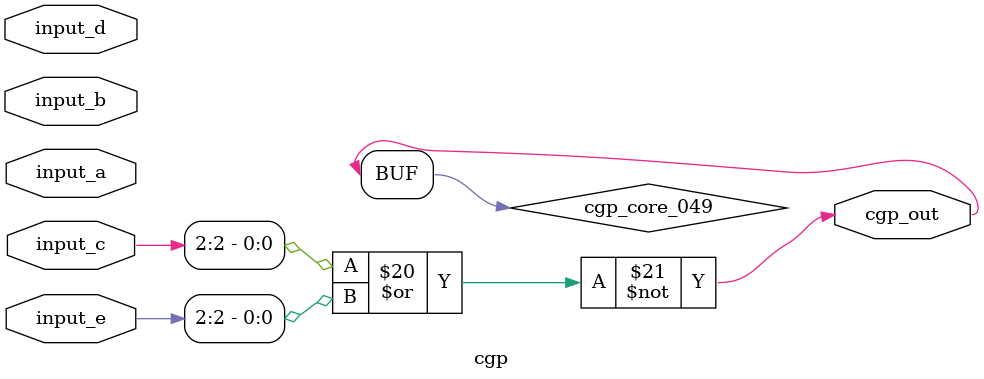
<source format=v>
module cgp(input [2:0] input_a, input [2:0] input_b, input [2:0] input_c, input [2:0] input_d, input [2:0] input_e, output [0:0] cgp_out);
  wire cgp_core_017;
  wire cgp_core_019;
  wire cgp_core_024;
  wire cgp_core_026;
  wire cgp_core_027;
  wire cgp_core_028;
  wire cgp_core_030;
  wire cgp_core_034;
  wire cgp_core_036;
  wire cgp_core_038;
  wire cgp_core_040;
  wire cgp_core_041;
  wire cgp_core_042;
  wire cgp_core_044;
  wire cgp_core_046_not;
  wire cgp_core_049;
  wire cgp_core_050;
  wire cgp_core_051;
  wire cgp_core_058;
  wire cgp_core_059;
  wire cgp_core_060;
  wire cgp_core_061;
  wire cgp_core_063;
  wire cgp_core_064;
  wire cgp_core_065;
  wire cgp_core_067;
  wire cgp_core_068;
  wire cgp_core_070;
  wire cgp_core_072;
  wire cgp_core_076;
  wire cgp_core_078;
  wire cgp_core_079;

  assign cgp_core_017 = ~(input_a[2] & input_a[2]);
  assign cgp_core_019 = ~input_b[1];
  assign cgp_core_024 = input_c[2] | input_d[2];
  assign cgp_core_026 = input_e[0] ^ input_b[0];
  assign cgp_core_027 = ~input_b[0];
  assign cgp_core_028 = ~input_c[1];
  assign cgp_core_030 = ~(input_c[1] | input_b[0]);
  assign cgp_core_034 = ~(input_e[1] & input_b[1]);
  assign cgp_core_036 = ~(input_c[0] & input_c[2]);
  assign cgp_core_038 = ~input_c[2];
  assign cgp_core_040 = input_e[0] & input_d[1];
  assign cgp_core_041 = input_e[2] ^ input_b[2];
  assign cgp_core_042 = ~input_c[2];
  assign cgp_core_044 = input_d[2] | input_e[1];
  assign cgp_core_046_not = ~input_b[1];
  assign cgp_core_049 = ~(input_c[2] | input_e[2]);
  assign cgp_core_050 = ~(input_a[1] | input_e[1]);
  assign cgp_core_051 = input_c[0] & input_d[1];
  assign cgp_core_058 = input_e[2] | input_b[0];
  assign cgp_core_059 = ~input_b[1];
  assign cgp_core_060 = input_a[2] & input_b[1];
  assign cgp_core_061 = ~(input_b[1] | input_b[1]);
  assign cgp_core_063 = ~(input_d[2] | input_d[2]);
  assign cgp_core_064 = ~(input_e[1] & input_c[2]);
  assign cgp_core_065 = ~(input_a[2] | input_a[2]);
  assign cgp_core_067 = ~(input_c[2] | input_d[0]);
  assign cgp_core_068 = ~input_e[1];
  assign cgp_core_070 = ~(input_d[2] & input_e[1]);
  assign cgp_core_072 = ~(input_b[2] & input_b[2]);
  assign cgp_core_076 = ~input_d[0];
  assign cgp_core_078 = ~(input_d[1] ^ input_c[0]);
  assign cgp_core_079 = input_c[1] ^ input_c[2];

  assign cgp_out[0] = cgp_core_049;
endmodule
</source>
